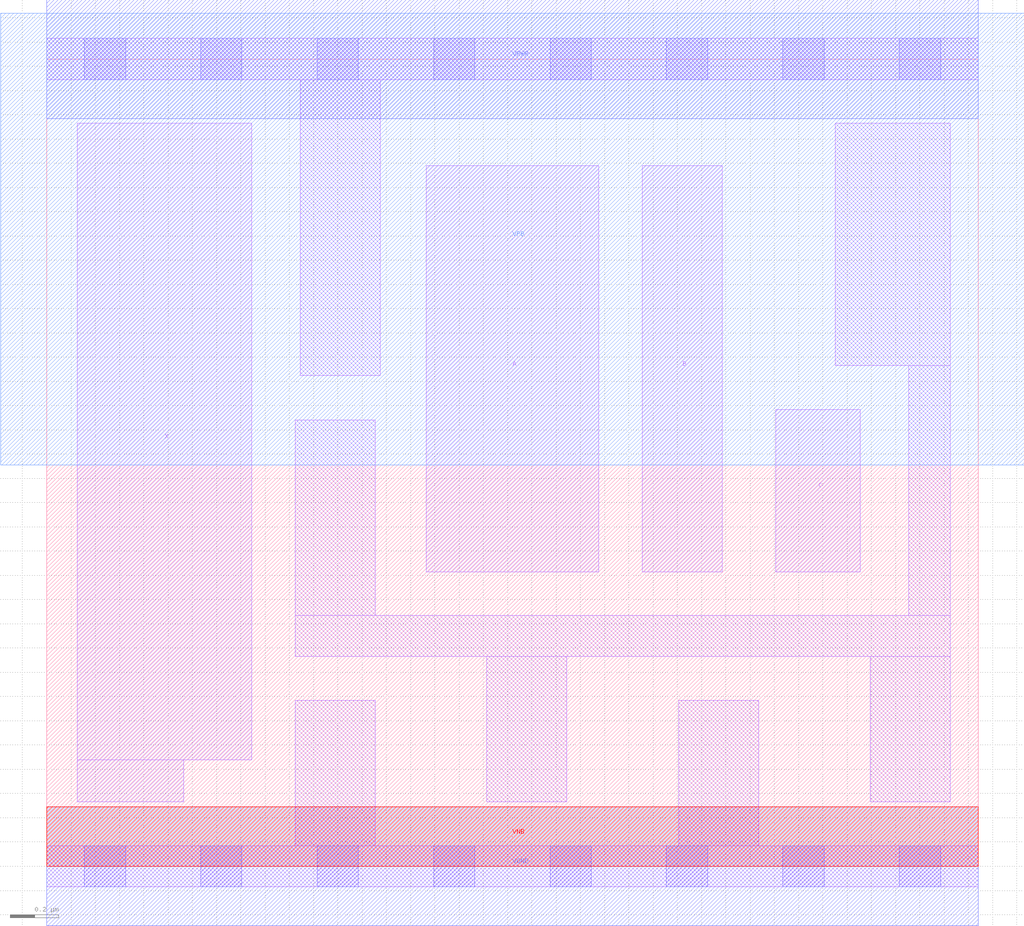
<source format=lef>
# Copyright 2020 The SkyWater PDK Authors
#
# Licensed under the Apache License, Version 2.0 (the "License");
# you may not use this file except in compliance with the License.
# You may obtain a copy of the License at
#
#     https://www.apache.org/licenses/LICENSE-2.0
#
# Unless required by applicable law or agreed to in writing, software
# distributed under the License is distributed on an "AS IS" BASIS,
# WITHOUT WARRANTIES OR CONDITIONS OF ANY KIND, either express or implied.
# See the License for the specific language governing permissions and
# limitations under the License.
#
# SPDX-License-Identifier: Apache-2.0

VERSION 5.7 ;
  NOWIREEXTENSIONATPIN ON ;
  DIVIDERCHAR "/" ;
  BUSBITCHARS "[]" ;
MACRO sky130_fd_sc_lp__or3_lp
  CLASS CORE ;
  FOREIGN sky130_fd_sc_lp__or3_lp ;
  ORIGIN  0.000000  0.000000 ;
  SIZE  3.840000 BY  3.330000 ;
  SYMMETRY X Y R90 ;
  SITE unit ;
  PIN A
    ANTENNAGATEAREA  0.376000 ;
    DIRECTION INPUT ;
    USE SIGNAL ;
    PORT
      LAYER li1 ;
        RECT 1.565000 1.215000 2.275000 2.890000 ;
    END
  END A
  PIN B
    ANTENNAGATEAREA  0.376000 ;
    DIRECTION INPUT ;
    USE SIGNAL ;
    PORT
      LAYER li1 ;
        RECT 2.455000 1.215000 2.785000 2.890000 ;
    END
  END B
  PIN C
    ANTENNAGATEAREA  0.376000 ;
    DIRECTION INPUT ;
    USE SIGNAL ;
    PORT
      LAYER li1 ;
        RECT 3.005000 1.215000 3.355000 1.885000 ;
    END
  END C
  PIN X
    ANTENNADIFFAREA  0.404700 ;
    DIRECTION OUTPUT ;
    USE SIGNAL ;
    PORT
      LAYER li1 ;
        RECT 0.125000 0.265000 0.565000 0.440000 ;
        RECT 0.125000 0.440000 0.845000 3.065000 ;
    END
  END X
  PIN VGND
    DIRECTION INOUT ;
    USE GROUND ;
    PORT
      LAYER met1 ;
        RECT 0.000000 -0.245000 3.840000 0.245000 ;
    END
  END VGND
  PIN VNB
    DIRECTION INOUT ;
    USE GROUND ;
    PORT
      LAYER pwell ;
        RECT 0.000000 0.000000 3.840000 0.245000 ;
    END
  END VNB
  PIN VPB
    DIRECTION INOUT ;
    USE POWER ;
    PORT
      LAYER nwell ;
        RECT -0.190000 1.655000 4.030000 3.520000 ;
    END
  END VPB
  PIN VPWR
    DIRECTION INOUT ;
    USE POWER ;
    PORT
      LAYER met1 ;
        RECT 0.000000 3.085000 3.840000 3.575000 ;
    END
  END VPWR
  OBS
    LAYER li1 ;
      RECT 0.000000 -0.085000 3.840000 0.085000 ;
      RECT 0.000000  3.245000 3.840000 3.415000 ;
      RECT 1.025000  0.085000 1.355000 0.685000 ;
      RECT 1.025000  0.865000 3.725000 1.035000 ;
      RECT 1.025000  1.035000 1.355000 1.840000 ;
      RECT 1.045000  2.025000 1.375000 3.245000 ;
      RECT 1.815000  0.265000 2.145000 0.865000 ;
      RECT 2.605000  0.085000 2.935000 0.685000 ;
      RECT 3.250000  2.065000 3.725000 3.065000 ;
      RECT 3.395000  0.265000 3.725000 0.865000 ;
      RECT 3.555000  1.035000 3.725000 2.065000 ;
    LAYER mcon ;
      RECT 0.155000 -0.085000 0.325000 0.085000 ;
      RECT 0.155000  3.245000 0.325000 3.415000 ;
      RECT 0.635000 -0.085000 0.805000 0.085000 ;
      RECT 0.635000  3.245000 0.805000 3.415000 ;
      RECT 1.115000 -0.085000 1.285000 0.085000 ;
      RECT 1.115000  3.245000 1.285000 3.415000 ;
      RECT 1.595000 -0.085000 1.765000 0.085000 ;
      RECT 1.595000  3.245000 1.765000 3.415000 ;
      RECT 2.075000 -0.085000 2.245000 0.085000 ;
      RECT 2.075000  3.245000 2.245000 3.415000 ;
      RECT 2.555000 -0.085000 2.725000 0.085000 ;
      RECT 2.555000  3.245000 2.725000 3.415000 ;
      RECT 3.035000 -0.085000 3.205000 0.085000 ;
      RECT 3.035000  3.245000 3.205000 3.415000 ;
      RECT 3.515000 -0.085000 3.685000 0.085000 ;
      RECT 3.515000  3.245000 3.685000 3.415000 ;
  END
END sky130_fd_sc_lp__or3_lp
END LIBRARY

</source>
